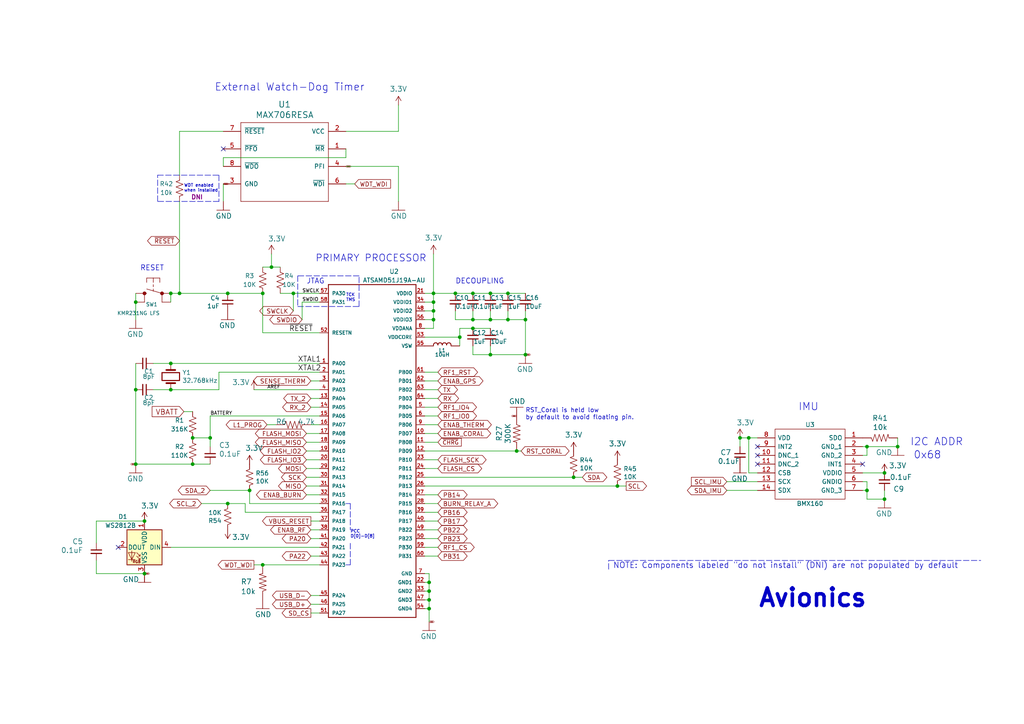
<source format=kicad_sch>
(kicad_sch (version 20211123) (generator eeschema)
  (paper "A4")
  (title_block (title "PyCubed Mainboard") (date "2021-06-09") (rev "v05c") (company "Max Holliday"))
  (lib_symbols
    (symbol "Device:Crystal" (pin_numbers hide) (pin_names (offset 1.016) hide)
      (property "Reference" "Y" (at 0 3.81 0))
      (property "Value" "Crystal" (at 0 -3.81 0))
      (symbol "Crystal_1_1"
        (pin passive line (at -3.81 0 0) (length 1.27) (name "1") (number "1"))
        (pin passive line (at 3.81 0 180) (length 1.27) (name "2") (number "2"))
      )
    )
    (symbol "Device:R_US" (pin_numbers hide) (pin_names (offset 0))
      (property "Reference" "R" (at 2.54 0 90))
      (property "Value" "R_US" (at -2.54 0 90))
      (symbol "R_US_1_1"
        (pin passive line (at 0 3.81 270) (length 1.27) (name "~") (number "1"))
        (pin passive line (at 0 -3.81 90) (length 1.27) (name "~") (number "2"))
      )
    )
    (symbol "LED:WS2812B" (pin_names (offset 0.254))
      (property "Reference" "D" (at 5.08 5.715 0))
      (property "Value" "WS2812B" (at 1.27 -5.715 0))
      (symbol "WS2812B_0_0"
        (text "RGB" (at 2.286 -4.191 0) (effects (font (size 0.762 0.762))))
      )
      (symbol "WS2812B_1_1"
        (pin power_in line (at 0 7.62 270) (length 2.54) (name "VDD") (number "1"))
        (pin output line (at 7.62 0 180) (length 2.54) (name "DOUT") (number "2"))
        (pin power_in line (at 0 -7.62 90) (length 2.54) (name "VSS") (number "3"))
        (pin input line (at -7.62 0 0) (length 2.54) (name "DIN") (number "4"))
      )
    )
    (symbol "mainboard:10KOHM-1_10W-1%(0603)0603" (pin_names (offset 1.016))
      (property "Reference" "R" (at -3.81 1.4986 0))
      (property "Value" "10KOHM-1_10W-1%(0603)0603" (at -3.81 -3.302 0))
      (symbol "10KOHM-1_10W-1%(0603)0603_1_0"
        (pin passive line (at -5.08 0 0) (length 2.54) (name "1") (number "1"))
        (pin passive line (at 5.08 0 180) (length 2.54) (name "2") (number "2"))
      )
    )
    (symbol "mainboard:3.3V" (power) (pin_names (offset 1.016))
      (property "Value" "3.3V" (at -1.016 3.556 0))
      (symbol "3.3V_1_0"
        (pin power_in line (at 0 0 90) (length 2.54) (name "3.3V") (number "1"))
      )
    )
    (symbol "mainboard:ATSAMD51J20A-AU-ATSAMD51J20A-AU-lab64_SAM32-rescue-lab64_SAM32-rescue-SAMD-10-rescue-SAM32-rescue" (pin_names (offset 1.016))
      (property "Reference" "U" (at -12.7254 48.4124 0))
      (property "Value" "ATSAMD51J20A-AU-ATSAMD51J20A-AU-lab64_SAM32-rescue-lab64_SAM32-rescue-SAMD-10-rescue-SAM32-rescue" (at -12.7254 -50.8762 0))
      (symbol "ATSAMD51J20A-AU-ATSAMD51J20A-AU-lab64_SAM32-rescue-lab64_SAM32-rescue-SAMD-10-rescue-SAM32-rescue_0_0"
        (pin bidirectional line (at -15.24 25.4 0) (length 2.54) (name "PA00") (number "1"))
        (pin bidirectional line (at 15.24 5.08 180) (length 2.54) (name "PB07") (number "10"))
        (pin bidirectional line (at 15.24 2.54 180) (length 2.54) (name "PB08") (number "11"))
        (pin bidirectional line (at 15.24 0 180) (length 2.54) (name "PB09") (number "12"))
        (pin bidirectional line (at -15.24 15.24 0) (length 2.54) (name "PA04") (number "13"))
        (pin bidirectional line (at -15.24 12.7 0) (length 2.54) (name "PA05") (number "14"))
        (pin bidirectional line (at -15.24 10.16 0) (length 2.54) (name "PA06") (number "15"))
        (pin bidirectional line (at -15.24 7.62 0) (length 2.54) (name "PA07") (number "16"))
        (pin bidirectional line (at -15.24 5.08 0) (length 2.54) (name "PA08") (number "17"))
        (pin bidirectional line (at -15.24 2.54 0) (length 2.54) (name "PA09") (number "18"))
        (pin bidirectional line (at -15.24 0 0) (length 2.54) (name "PA10") (number "19"))
        (pin bidirectional line (at -15.24 22.86 0) (length 2.54) (name "PA01") (number "2"))
        (pin bidirectional line (at -15.24 -2.54 0) (length 2.54) (name "PA11") (number "20"))
        (pin power_in line (at 15.24 45.72 180) (length 2.54) (name "VDDIO") (number "21"))
        (pin power_in line (at 15.24 -38.1 180) (length 2.54) (name "GND1") (number "22"))
        (pin bidirectional line (at 15.24 -2.54 180) (length 2.54) (name "PB10") (number "23"))
        (pin bidirectional line (at 15.24 -5.08 180) (length 2.54) (name "PB11") (number "24"))
        (pin bidirectional line (at 15.24 -7.62 180) (length 2.54) (name "PB12") (number "25"))
        (pin bidirectional line (at 15.24 -10.16 180) (length 2.54) (name "PB13") (number "26"))
        (pin bidirectional line (at 15.24 -12.7 180) (length 2.54) (name "PB14") (number "27"))
        (pin bidirectional line (at 15.24 -15.24 180) (length 2.54) (name "PB15") (number "28"))
        (pin bidirectional line (at -15.24 -5.08 0) (length 2.54) (name "PA12") (number "29"))
        (pin bidirectional line (at -15.24 20.32 0) (length 2.54) (name "PA02") (number "3"))
        (pin bidirectional line (at -15.24 -7.62 0) (length 2.54) (name "PA13") (number "30"))
        (pin bidirectional line (at -15.24 -10.16 0) (length 2.54) (name "PA14") (number "31"))
        (pin bidirectional line (at -15.24 -12.7 0) (length 2.54) (name "PA15") (number "32"))
        (pin power_in line (at 15.24 -40.64 180) (length 2.54) (name "GND2") (number "33"))
        (pin power_in line (at 15.24 43.18 180) (length 2.54) (name "VDDIO1") (number "34"))
        (pin bidirectional line (at -15.24 -15.24 0) (length 2.54) (name "PA16") (number "35"))
        (pin bidirectional line (at -15.24 -17.78 0) (length 2.54) (name "PA17") (number "36"))
        (pin bidirectional line (at -15.24 -20.32 0) (length 2.54) (name "PA18") (number "37"))
        (pin bidirectional line (at -15.24 -22.86 0) (length 2.54) (name "PA19") (number "38"))
        (pin bidirectional line (at 15.24 -17.78 180) (length 2.54) (name "PB16") (number "39"))
        (pin bidirectional line (at -15.24 17.78 0) (length 2.54) (name "PA03") (number "4"))
        (pin bidirectional line (at 15.24 -20.32 180) (length 2.54) (name "PB17") (number "40"))
        (pin bidirectional line (at -15.24 -25.4 0) (length 2.54) (name "PA20") (number "41"))
        (pin bidirectional line (at -15.24 -27.94 0) (length 2.54) (name "PA21") (number "42"))
        (pin bidirectional line (at -15.24 -30.48 0) (length 2.54) (name "PA22") (number "43"))
        (pin bidirectional line (at -15.24 -33.02 0) (length 2.54) (name "PA23") (number "44"))
        (pin bidirectional line (at -15.24 -41.91 0) (length 2.54) (name "PA24") (number "45"))
        (pin bidirectional line (at -15.24 -44.45 0) (length 2.54) (name "PA25") (number "46"))
        (pin power_in line (at 15.24 -43.18 180) (length 2.54) (name "GND3") (number "47"))
        (pin power_in line (at 15.24 40.64 180) (length 2.54) (name "VDDIO2") (number "48"))
        (pin bidirectional line (at 15.24 -22.86 180) (length 2.54) (name "PB22") (number "49"))
        (pin bidirectional line (at 15.24 12.7 180) (length 2.54) (name "PB04") (number "5"))
        (pin bidirectional line (at 15.24 -25.4 180) (length 2.54) (name "PB23") (number "50"))
        (pin bidirectional line (at -15.24 -46.99 0) (length 2.54) (name "PA27") (number "51"))
        (pin input line (at -15.24 34.29 0) (length 2.54) (name "RESETN") (number "52"))
        (pin power_in line (at 15.24 33.02 180) (length 2.54) (name "VDDCORE") (number "53"))
        (pin power_in line (at 15.24 -45.72 180) (length 2.54) (name "GND4") (number "54"))
        (pin power_in line (at 15.24 30.48 180) (length 2.54) (name "VSW") (number "55"))
        (pin power_in line (at 15.24 38.1 180) (length 2.54) (name "VDDIO3") (number "56"))
        (pin bidirectional line (at -15.24 45.72 0) (length 2.54) (name "PA30") (number "57"))
        (pin bidirectional line (at -15.24 43.18 0) (length 2.54) (name "PA31") (number "58"))
        (pin bidirectional line (at 15.24 -27.94 180) (length 2.54) (name "PB30") (number "59"))
        (pin bidirectional line (at 15.24 10.16 180) (length 2.54) (name "PB05") (number "6"))
        (pin bidirectional line (at 15.24 -30.48 180) (length 2.54) (name "PB31") (number "60"))
        (pin bidirectional line (at 15.24 22.86 180) (length 2.54) (name "PB00") (number "61"))
        (pin bidirectional line (at 15.24 20.32 180) (length 2.54) (name "PB01") (number "62"))
        (pin bidirectional line (at 15.24 17.78 180) (length 2.54) (name "PB02") (number "63"))
        (pin bidirectional line (at 15.24 15.24 180) (length 2.54) (name "PB03") (number "64"))
        (pin power_in line (at 15.24 -35.56 180) (length 2.54) (name "GND") (number "7"))
        (pin power_in line (at 15.24 35.56 180) (length 2.54) (name "VDDANA") (number "8"))
        (pin bidirectional line (at 15.24 7.62 180) (length 2.54) (name "PB06") (number "9"))
      )
    )
    (symbol "mainboard:BMX160" (pin_names (offset 0.762))
      (property "Reference" "IC" (at 26.67 7.62 0))
      (property "Value" "BMX160" (at 26.67 5.08 0))
      (symbol "BMX160_0_0"
        (pin bidirectional line (at 0 0 0) (length 5.08) (name "SDO") (number "1"))
        (pin bidirectional line (at 30.48 -5.08 180) (length 5.08) (name "DNC_1") (number "10"))
        (pin bidirectional line (at 30.48 -7.62 180) (length 5.08) (name "DNC_2") (number "11"))
        (pin bidirectional line (at 30.48 -10.16 180) (length 5.08) (name "CSB") (number "12"))
        (pin bidirectional line (at 30.48 -12.7 180) (length 5.08) (name "SCX") (number "13"))
        (pin bidirectional line (at 30.48 -15.24 180) (length 5.08) (name "SDX") (number "14"))
        (pin bidirectional line (at 0 -2.54 0) (length 5.08) (name "GND_1") (number "2"))
        (pin bidirectional line (at 0 -5.08 0) (length 5.08) (name "GND_2") (number "3"))
        (pin bidirectional line (at 0 -7.62 0) (length 5.08) (name "INT1") (number "4"))
        (pin bidirectional line (at 0 -10.16 0) (length 5.08) (name "VDDIO") (number "5"))
        (pin bidirectional line (at 0 -12.7 0) (length 5.08) (name "GNDIO") (number "6"))
        (pin bidirectional line (at 0 -15.24 0) (length 5.08) (name "GND_3") (number "7"))
        (pin bidirectional line (at 30.48 0 180) (length 5.08) (name "VDD") (number "8"))
        (pin bidirectional line (at 30.48 -2.54 180) (length 5.08) (name "INT2") (number "9"))
      )
    )
    (symbol "mainboard:C_Small" (pin_numbers hide) (pin_names (offset 0.254) hide)
      (property "Reference" "C" (at 0.254 1.778 0))
      (property "Value" "C_Small" (at 0.254 -2.032 0))
      (symbol "C_Small_1_1"
        (pin passive line (at 0 2.54 270) (length 2.032) (name "~") (number "1"))
        (pin passive line (at 0 -2.54 90) (length 2.032) (name "~") (number "2"))
      )
    )
    (symbol "mainboard:GND" (power) (pin_names (offset 1.016))
      (property "Value" "GND" (at -2.54 -2.54 0))
      (symbol "GND_1_0"
        (pin power_in line (at 0 2.54 270) (length 2.54) (name "GND") (number "1"))
      )
    )
    (symbol "mainboard:INDUCTOR-Adafruit_Feather_M4_Express-eagle-import-lab64_SAM32-rescue-SAMD-10-rescue-SAM32-rescue" (pin_names (offset 1.016))
      (property "Reference" "L" (at 0 2.54 0))
      (property "Value" "INDUCTOR-Adafruit_Feather_M4_Express-eagle-import-lab64_SAM32-rescue-SAMD-10-rescue-SAM32-rescue" (at 0 -1.524 0))
      (symbol "INDUCTOR-Adafruit_Feather_M4_Express-eagle-import-lab64_SAM32-rescue-SAMD-10-rescue-SAM32-rescue_1_0"
        (pin passive line (at -5.08 0 0) (length 2.54) (name "1") (number "1"))
        (pin passive line (at 5.08 0 180) (length 2.54) (name "2") (number "2"))
      )
    )
    (symbol "mainboard:MAX708RESA-T" (pin_names (offset 1.016))
      (property "Reference" "U" (at 15.5956 9.1186 0))
      (property "Value" "MAX708RESA-T" (at 14.9606 6.5786 0))
      (symbol "MAX708RESA-T_1_0"
        (pin input line (at 2.54 -2.54 0) (length 5.08) (name "~{MR}") (number "1"))
        (pin power_in line (at 2.54 2.54 0) (length 5.08) (name "VCC") (number "2"))
        (pin power_in line (at 38.1 -12.7 180) (length 5.08) (name "GND") (number "3"))
        (pin input line (at 2.54 -7.62 0) (length 5.08) (name "PFI") (number "4"))
        (pin output line (at 38.1 -2.54 180) (length 5.08) (name "~{PFO}") (number "5"))
        (pin input line (at 2.54 -12.7 0) (length 5.08) (name "~{WDI}") (number "6"))
        (pin output line (at 38.1 2.54 180) (length 5.08) (name "~{RESET}") (number "7"))
        (pin output line (at 38.1 -7.62 180) (length 5.08) (name "~{WDO}") (number "8"))
      )
    )
    (symbol "mainboard:R-US_R0603" (pin_names (offset 1.016))
      (property "Reference" "R" (at -3.81 1.4986 0))
      (property "Value" "R-US_R0603" (at -3.81 -3.302 0))
      (symbol "R-US_R0603_1_0"
        (pin passive line (at -5.08 0 0) (length 2.54) (name "1") (number "1"))
        (pin passive line (at 5.08 0 180) (length 2.54) (name "2") (number "2"))
      )
    )
    (symbol "mainboard:SWITCH_SMT4.6X2.8" (pin_names (offset 1.016))
      (property "Reference" "SW" (at -2.54 6.35 0))
      (property "Value" "SWITCH_SMT4.6X2.8" (at -2.54 -5.08 0))
      (symbol "SWITCH_SMT4.6X2.8_1_0"
        (pin passive line (at -5.08 0 0) (length 2.54) (name "P") (number "A"))
        (pin passive line (at -5.08 -2.54 0) (length 2.54) (name "P1") (number "A'"))
        (pin passive line (at 5.08 0 180) (length 2.54) (name "S") (number "B"))
        (pin passive line (at 5.08 -2.54 180) (length 2.54) (name "S1") (number "B'"))
      )
    )
  )
  (junction (at 179.07 140.97))
  (junction (at 55.88 134.62))
  (junction (at 85.09 85.09))
  (junction (at 66.04 85.09))
  (junction (at 132.08 85.09))
  (junction (at 49.53 85.09))
  (junction (at 256.54 144.78))
  (junction (at 137.16 92.71))
  (junction (at 76.2 85.09))
  (junction (at 214.63 127))
  (junction (at 256.54 137.16))
  (junction (at 39.37 87.63))
  (junction (at 217.17 127))
  (junction (at 147.32 85.09))
  (junction (at 41.91 151.13))
  (junction (at 260.35 129.54))
  (junction (at 124.46 171.45))
  (junction (at 124.46 173.99))
  (junction (at 66.04 146.05))
  (junction (at 78.74 77.47))
  (junction (at 125.73 87.63))
  (junction (at 149.86 130.81))
  (junction (at 60.96 127))
  (junction (at 124.46 168.91))
  (junction (at 125.73 90.17))
  (junction (at 39.37 134.62))
  (junction (at 52.07 85.09))
  (junction (at 55.88 127))
  (junction (at 251.46 129.54))
  (junction (at 142.24 102.87))
  (junction (at 49.53 105.41))
  (junction (at 147.32 92.71))
  (junction (at 152.4 102.87))
  (junction (at 142.24 92.71))
  (junction (at 133.35 97.79))
  (junction (at 49.53 113.03))
  (junction (at 137.16 95.25))
  (junction (at 124.46 176.53))
  (junction (at 142.24 85.09))
  (junction (at 152.4 92.71))
  (junction (at 125.73 92.71))
  (junction (at 72.39 142.24))
  (junction (at 39.37 113.03))
  (junction (at 41.91 166.37))
  (junction (at 166.37 138.43))
  (junction (at 125.73 85.09))
  (junction (at 251.46 142.24))
  (junction (at 76.2 163.83))
  (junction (at 137.16 85.09))
  (no_connect (at 219.71 134.62))
  (no_connect (at 250.19 134.62))
  (no_connect (at 64.77 43.18))
  (no_connect (at 34.29 158.75))
  (no_connect (at 219.71 129.54))
  (no_connect (at 219.71 132.08))
  (wire (pts (xy 123.19 153.67) (xy 127 153.67)))
  (wire (pts (xy 78.74 77.47) (xy 81.28 77.47)))
  (wire (pts (xy 152.4 92.71) (xy 152.4 102.87)))
  (wire (pts (xy 123.19 130.81) (xy 149.86 130.81)))
  (wire (pts (xy 125.73 85.09) (xy 132.08 85.09)))
  (wire (pts (xy 214.63 129.54) (xy 214.63 127)))
  (wire (pts (xy 44.45 113.03) (xy 49.53 113.03)))
  (wire (pts (xy 27.94 151.13) (xy 41.91 151.13)))
  (wire (pts (xy 39.37 105.41) (xy 39.37 113.03)))
  (wire (pts (xy 125.73 95.25) (xy 125.73 92.71)))
  (wire (pts (xy 52.07 38.1) (xy 52.07 50.8)))
  (wire (pts (xy 123.19 171.45) (xy 124.46 171.45)))
  (wire (pts (xy 137.16 85.09) (xy 142.24 85.09)))
  (wire (pts (xy 85.09 90.17) (xy 85.09 85.09)))
  (polyline (pts (xy 176.53 165.1) (xy 176.53 162.56)))
  (wire (pts (xy 64.77 48.26) (xy 64.77 45.72)))
  (wire (pts (xy 78.74 73.66) (xy 78.74 77.47)))
  (wire (pts (xy 52.07 85.09) (xy 66.04 85.09)))
  (wire (pts (xy 115.57 48.26) (xy 115.57 58.42)))
  (wire (pts (xy 92.71 110.49) (xy 90.17 110.49)))
  (wire (pts (xy 123.19 166.37) (xy 124.46 166.37)))
  (wire (pts (xy 27.94 166.37) (xy 41.91 166.37)))
  (polyline (pts (xy 101.6 163.83) (xy 101.6 157.48)))
  (wire (pts (xy 55.88 127) (xy 60.96 127)))
  (polyline (pts (xy 63.5 50.8) (xy 63.5 58.42)))
  (wire (pts (xy 123.19 168.91) (xy 124.46 168.91)))
  (wire (pts (xy 85.09 85.09) (xy 92.71 85.09)))
  (wire (pts (xy 123.19 85.09) (xy 125.73 85.09)))
  (wire (pts (xy 137.16 102.87) (xy 142.24 102.87)))
  (wire (pts (xy 123.19 161.29) (xy 127 161.29)))
  (wire (pts (xy 147.32 92.71) (xy 152.4 92.71)))
  (wire (pts (xy 60.96 127) (xy 60.96 120.65)))
  (wire (pts (xy 49.53 158.75) (xy 92.71 158.75)))
  (wire (pts (xy 181.61 140.97) (xy 179.07 140.97)))
  (wire (pts (xy 142.24 100.33) (xy 142.24 102.87)))
  (wire (pts (xy 142.24 102.87) (xy 152.4 102.87)))
  (wire (pts (xy 102.87 53.34) (xy 100.33 53.34)))
  (wire (pts (xy 72.39 142.24) (xy 60.96 142.24)))
  (wire (pts (xy 133.35 97.79) (xy 133.35 100.33)))
  (wire (pts (xy 132.08 90.17) (xy 132.08 92.71)))
  (wire (pts (xy 52.07 58.42) (xy 52.07 85.09)))
  (wire (pts (xy 92.71 118.11) (xy 90.17 118.11)))
  (wire (pts (xy 127 128.27) (xy 123.19 128.27)))
  (polyline (pts (xy 86.36 88.9) (xy 104.14 88.9)))
  (wire (pts (xy 123.19 138.43) (xy 166.37 138.43)))
  (wire (pts (xy 127 133.35) (xy 123.19 133.35)))
  (wire (pts (xy 27.94 162.56) (xy 27.94 166.37)))
  (wire (pts (xy 250.19 139.7) (xy 251.46 139.7)))
  (wire (pts (xy 125.73 90.17) (xy 125.73 87.63)))
  (wire (pts (xy 123.19 151.13) (xy 127 151.13)))
  (wire (pts (xy 217.17 127) (xy 219.71 127)))
  (wire (pts (xy 123.19 140.97) (xy 179.07 140.97)))
  (wire (pts (xy 76.2 163.83) (xy 73.66 163.83)))
  (wire (pts (xy 39.37 85.09) (xy 39.37 87.63)))
  (wire (pts (xy 100.33 45.72) (xy 100.33 43.18)))
  (wire (pts (xy 123.19 176.53) (xy 124.46 176.53)))
  (polyline (pts (xy 104.14 88.9) (xy 104.14 80.01)))
  (wire (pts (xy 49.53 105.41) (xy 92.71 105.41)))
  (wire (pts (xy 127 125.73) (xy 123.19 125.73)))
  (wire (pts (xy 168.91 138.43) (xy 166.37 138.43)))
  (wire (pts (xy 44.45 105.41) (xy 49.53 105.41)))
  (polyline (pts (xy 100.33 163.83) (xy 101.6 163.83)))
  (wire (pts (xy 71.12 146.05) (xy 66.04 146.05)))
  (wire (pts (xy 123.19 90.17) (xy 125.73 90.17)))
  (wire (pts (xy 81.28 85.09) (xy 85.09 85.09)))
  (wire (pts (xy 88.9 138.43) (xy 92.71 138.43)))
  (wire (pts (xy 92.71 172.72) (xy 90.17 172.72)))
  (wire (pts (xy 87.63 87.63) (xy 92.71 87.63)))
  (wire (pts (xy 152.4 90.17) (xy 152.4 92.71)))
  (wire (pts (xy 124.46 176.53) (xy 124.46 180.34)))
  (wire (pts (xy 123.19 87.63) (xy 125.73 87.63)))
  (wire (pts (xy 49.53 85.09) (xy 52.07 85.09)))
  (wire (pts (xy 76.2 96.52) (xy 76.2 85.09)))
  (wire (pts (xy 250.19 132.08) (xy 251.46 132.08)))
  (wire (pts (xy 92.71 133.35) (xy 88.9 133.35)))
  (wire (pts (xy 250.19 129.54) (xy 251.46 129.54)))
  (wire (pts (xy 66.04 85.09) (xy 76.2 85.09)))
  (wire (pts (xy 66.04 146.05) (xy 58.42 146.05)))
  (wire (pts (xy 217.17 137.16) (xy 217.17 127)))
  (wire (pts (xy 76.2 77.47) (xy 78.74 77.47)))
  (wire (pts (xy 88.9 130.81) (xy 92.71 130.81)))
  (wire (pts (xy 219.71 137.16) (xy 217.17 137.16)))
  (wire (pts (xy 55.88 134.62) (xy 39.37 134.62)))
  (wire (pts (xy 142.24 92.71) (xy 142.24 90.17)))
  (wire (pts (xy 123.19 146.05) (xy 127 146.05)))
  (wire (pts (xy 256.54 137.16) (xy 250.19 137.16)))
  (wire (pts (xy 125.73 87.63) (xy 125.73 85.09)))
  (wire (pts (xy 100.33 48.26) (xy 115.57 48.26)))
  (wire (pts (xy 92.71 96.52) (xy 76.2 96.52)))
  (wire (pts (xy 127 120.65) (xy 123.19 120.65)))
  (wire (pts (xy 49.53 113.03) (xy 63.5 113.03)))
  (polyline (pts (xy 101.6 146.05) (xy 101.6 153.67)))
  (wire (pts (xy 127 110.49) (xy 123.19 110.49)))
  (wire (pts (xy 87.63 87.63) (xy 87.63 92.71)))
  (polyline (pts (xy 104.14 80.01) (xy 86.36 80.01)))
  (wire (pts (xy 210.82 142.24) (xy 219.71 142.24)))
  (wire (pts (xy 39.37 87.63) (xy 39.37 92.71)))
  (wire (pts (xy 123.19 123.19) (xy 127 123.19)))
  (wire (pts (xy 92.71 146.05) (xy 72.39 146.05)))
  (wire (pts (xy 115.57 38.1) (xy 100.33 38.1)))
  (wire (pts (xy 123.19 143.51) (xy 127 143.51)))
  (wire (pts (xy 88.9 128.27) (xy 92.71 128.27)))
  (wire (pts (xy 90.17 151.13) (xy 92.71 151.13)))
  (wire (pts (xy 123.19 95.25) (xy 125.73 95.25)))
  (wire (pts (xy 133.35 97.79) (xy 133.35 95.25)))
  (wire (pts (xy 123.19 115.57) (xy 127 115.57)))
  (wire (pts (xy 251.46 129.54) (xy 260.35 129.54)))
  (wire (pts (xy 251.46 144.78) (xy 256.54 144.78)))
  (polyline (pts (xy 100.33 146.05) (xy 101.6 146.05)))
  (wire (pts (xy 115.57 38.1) (xy 115.57 30.48)))
  (wire (pts (xy 92.71 143.51) (xy 88.9 143.51)))
  (wire (pts (xy 63.5 113.03) (xy 63.5 107.95)))
  (polyline (pts (xy 86.36 80.01) (xy 86.36 88.9)))
  (wire (pts (xy 90.17 177.8) (xy 92.71 177.8)))
  (wire (pts (xy 123.19 148.59) (xy 127 148.59)))
  (wire (pts (xy 147.32 90.17) (xy 147.32 92.71)))
  (wire (pts (xy 88.9 125.73) (xy 92.71 125.73)))
  (polyline (pts (xy 45.72 58.42) (xy 45.72 50.8)))
  (wire (pts (xy 63.5 107.95) (xy 92.71 107.95)))
  (wire (pts (xy 80.01 123.19) (xy 77.47 123.19)))
  (polyline (pts (xy 63.5 58.42) (xy 45.72 58.42)))
  (wire (pts (xy 123.19 113.03) (xy 127 113.03)))
  (wire (pts (xy 256.54 142.24) (xy 256.54 144.78)))
  (wire (pts (xy 92.71 163.83) (xy 76.2 163.83)))
  (wire (pts (xy 123.19 97.79) (xy 133.35 97.79)))
  (wire (pts (xy 72.39 146.05) (xy 72.39 142.24)))
  (wire (pts (xy 123.19 156.21) (xy 127 156.21)))
  (polyline (pts (xy 176.53 162.56) (xy 284.48 162.56)))
  (wire (pts (xy 250.19 142.24) (xy 251.46 142.24)))
  (wire (pts (xy 92.71 175.26) (xy 90.17 175.26)))
  (wire (pts (xy 124.46 168.91) (xy 124.46 171.45)))
  (wire (pts (xy 147.32 85.09) (xy 152.4 85.09)))
  (wire (pts (xy 124.46 166.37) (xy 124.46 168.91)))
  (wire (pts (xy 137.16 95.25) (xy 142.24 95.25)))
  (wire (pts (xy 71.12 148.59) (xy 71.12 146.05)))
  (wire (pts (xy 124.46 173.99) (xy 124.46 176.53)))
  (wire (pts (xy 137.16 90.17) (xy 137.16 92.71)))
  (wire (pts (xy 251.46 139.7) (xy 251.46 142.24)))
  (wire (pts (xy 125.73 92.71) (xy 125.73 90.17)))
  (wire (pts (xy 127 135.89) (xy 123.19 135.89)))
  (wire (pts (xy 149.86 130.81) (xy 151.13 130.81)))
  (wire (pts (xy 49.53 87.63) (xy 49.53 85.09)))
  (wire (pts (xy 88.9 140.97) (xy 92.71 140.97)))
  (wire (pts (xy 92.71 148.59) (xy 71.12 148.59)))
  (wire (pts (xy 64.77 38.1) (xy 52.07 38.1)))
  (wire (pts (xy 142.24 92.71) (xy 147.32 92.71)))
  (wire (pts (xy 123.19 158.75) (xy 127 158.75)))
  (wire (pts (xy 39.37 113.03) (xy 39.37 134.62)))
  (wire (pts (xy 73.66 113.03) (xy 92.71 113.03)))
  (wire (pts (xy 142.24 92.71) (xy 137.16 92.71)))
  (wire (pts (xy 92.71 123.19) (xy 90.17 123.19)))
  (wire (pts (xy 133.35 95.25) (xy 137.16 95.25)))
  (wire (pts (xy 92.71 156.21) (xy 90.17 156.21)))
  (wire (pts (xy 124.46 171.45) (xy 124.46 173.99)))
  (wire (pts (xy 53.34 119.38) (xy 55.88 119.38)))
  (wire (pts (xy 60.96 120.65) (xy 92.71 120.65)))
  (wire (pts (xy 123.19 173.99) (xy 124.46 173.99)))
  (wire (pts (xy 260.35 129.54) (xy 260.35 127)))
  (wire (pts (xy 92.71 153.67) (xy 90.17 153.67)))
  (wire (pts (xy 137.16 102.87) (xy 137.16 100.33)))
  (wire (pts (xy 88.9 135.89) (xy 92.71 135.89)))
  (wire (pts (xy 210.82 139.7) (xy 219.71 139.7)))
  (wire (pts (xy 214.63 127) (xy 217.17 127)))
  (wire (pts (xy 142.24 85.09) (xy 147.32 85.09)))
  (wire (pts (xy 251.46 142.24) (xy 251.46 144.78)))
  (wire (pts (xy 123.19 118.11) (xy 127 118.11)))
  (wire (pts (xy 132.08 85.09) (xy 137.16 85.09)))
  (wire (pts (xy 60.96 129.54) (xy 60.96 127)))
  (wire (pts (xy 27.94 151.13) (xy 27.94 157.48)))
  (wire (pts (xy 123.19 107.95) (xy 127 107.95)))
  (wire (pts (xy 92.71 115.57) (xy 90.17 115.57)))
  (wire (pts (xy 64.77 45.72) (xy 100.33 45.72)))
  (wire (pts (xy 125.73 85.09) (xy 125.73 73.66)))
  (wire (pts (xy 92.71 161.29) (xy 90.17 161.29)))
  (wire (pts (xy 123.19 92.71) (xy 125.73 92.71)))
  (wire (pts (xy 60.96 134.62) (xy 55.88 134.62)))
  (polyline (pts (xy 45.72 50.8) (xy 63.5 50.8)))
  (wire (pts (xy 64.77 53.34) (xy 64.77 58.42)))
  (wire (pts (xy 137.16 92.71) (xy 132.08 92.71)))
  (wire (pts (xy 251.46 129.54) (xy 251.46 132.08)))
  (text "PRIMARY PROCESSOR" (at 91.44 76.2 0) (effects (font (size 2.0066 2.0066)) (justify left bottom)))
  (text "JTAG\n" (at 88.9 82.55 0) (effects (font (size 1.4986 1.4986)) (justify left bottom)))
  (text "Avionics" (at 219.71 176.53 0) (effects (font (size 5.08 5.08) (thickness 1.016) bold) (justify left bottom)))
  (text "IMU" (at 237.49 119.38 180) (effects (font (size 2.159 2.159)) (justify right bottom)))
  (text "PCC\nD[0]-D[8]" (at 101.6 156.21 0) (effects (font (size 0.889 0.889)) (justify left bottom)))
  (text "0x68" (at 273.05 133.35 180) (effects (font (size 2.159 2.159)) (justify right bottom)))
  (text "NOTE: Components labeled \"do not install\" (DNI) are not populated by default" (at 177.8 165.1 0) (effects (font (size 1.651 1.651)) (justify left bottom)))
  (text "TCK\nTMS" (at 100.33 87.63 0) (effects (font (size 0.889 0.889)) (justify left bottom)))
  (text "RESET" (at 40.64 78.74 0) (effects (font (size 1.4986 1.4986)) (justify left bottom)))
  (text "WDT enabled\nwhen installed" (at 53.34 55.88 0) (effects (font (size 0.889 0.889)) (justify left bottom)))
  (text "I2C ADDR" (at 279.4 129.54 180) (effects (font (size 2.159 2.159)) (justify right bottom)))
  (text "RST_Coral is held low \nby default to avoid floating pin." (at 152.4 121.92 0) (effects (font (size 1.27 1.27)) (justify left bottom)))
  (text "External Watch-Dog Timer" (at 62.23 26.67 0) (effects (font (size 2.159 2.159)) (justify left bottom)))
  (text "DECOUPLING\n" (at 132.08 82.55 0) (effects (font (size 1.4986 1.4986)) (justify left bottom)))
  (label "~{RESET}" (at 83.82 96.52 0) (effects (font (size 1.4986 1.4986))))
  (label "SWDIO" (at 87.63 87.63 0) (effects (font (size 0.9906 0.9906))))
  (label "XTAL2" (at 86.36 107.95 0) (effects (font (size 1.524 1.524))))
  (label "XTAL1" (at 86.36 105.41 0) (effects (font (size 1.524 1.524))))
  (label "BATTERY" (at 60.96 120.65 0) (effects (font (size 1.016 1.016))))
  (label "AREF" (at 77.47 113.03 0) (effects (font (size 1.016 1.016))))
  (label "SWCLK" (at 87.63 85.09 0) (effects (font (size 0.9906 0.9906))))
  (global_label "VBUS_RESET" (shape output) (at 90.17 151.13 180) (property "Intersheet References" "${INTERSHEET_REFS}" (effects hide)))
  (global_label "~{CHRG}" (shape input) (at 127 128.27 0) (effects (font (size 1.143 1.143))) (property "Intersheet References" "${INTERSHEET_REFS}" (effects hide)))
  (global_label "USB_D+" (shape bidirectional) (at 90.17 175.26 180) (property "Intersheet References" "${INTERSHEET_REFS}" (effects hide)))
  (global_label "MISO" (shape bidirectional) (at 88.9 140.97 180) (property "Intersheet References" "${INTERSHEET_REFS}" (effects hide)))
  (global_label "PB16" (shape bidirectional) (at 127 148.59 0) (property "Intersheet References" "${INTERSHEET_REFS}" (effects hide)))
  (global_label "GND" (shape bidirectional) (at 149.86 120.65 180) (effects (font (size 0.254 0.254))) (property "Intersheet References" "${INTERSHEET_REFS}" (effects hide)))
  (global_label "ENAB_RF" (shape bidirectional) (at 90.17 153.67 180) (property "Intersheet References" "${INTERSHEET_REFS}" (effects hide)))
  (global_label "PA22" (shape bidirectional) (at 90.17 161.29 180) (property "Intersheet References" "${INTERSHEET_REFS}" (effects hide)))
  (global_label "SCK" (shape bidirectional) (at 88.9 138.43 180) (property "Intersheet References" "${INTERSHEET_REFS}" (effects hide)))
  (global_label "RF1_IO0" (shape bidirectional) (at 127 120.65 0) (property "Intersheet References" "${INTERSHEET_REFS}" (effects hide)))
  (global_label "GND" (shape bidirectional) (at 64.77 53.34 0) (effects (font (size 0.254 0.254))) (property "Intersheet References" "${INTERSHEET_REFS}" (effects hide)))
  (global_label "PB23" (shape bidirectional) (at 127 156.21 0) (property "Intersheet References" "${INTERSHEET_REFS}" (effects hide)))
  (global_label "TX" (shape bidirectional) (at 127 113.03 0) (property "Intersheet References" "${INTERSHEET_REFS}" (effects hide)))
  (global_label "BURN_RELAY_A" (shape bidirectional) (at 127 146.05 0) (property "Intersheet References" "${INTERSHEET_REFS}" (effects hide)))
  (global_label "ENAB_BURN" (shape bidirectional) (at 88.9 143.51 180) (property "Intersheet References" "${INTERSHEET_REFS}" (effects hide)))
  (global_label "FLASH_IO3" (shape bidirectional) (at 88.9 133.35 180) (property "Intersheet References" "${INTERSHEET_REFS}" (effects hide)))
  (global_label "ENAB_THERM" (shape bidirectional) (at 127 123.19 0) (property "Intersheet References" "${INTERSHEET_REFS}" (effects hide)))
  (global_label "RF1_CS" (shape bidirectional) (at 127 158.75 0) (property "Intersheet References" "${INTERSHEET_REFS}" (effects hide)))
  (global_label "WDT_WDI" (shape output) (at 73.66 163.83 180) (property "Intersheet References" "${INTERSHEET_REFS}" (effects hide)))
  (global_label "SD_CS" (shape output) (at 90.17 177.8 180) (property "Intersheet References" "${INTERSHEET_REFS}" (effects hide)))
  (global_label "ENAB_GPS" (shape bidirectional) (at 127 110.49 0) (property "Intersheet References" "${INTERSHEET_REFS}" (effects hide)))
  (global_label "WDT_WDI" (shape input) (at 102.87 53.34 0) (property "Intersheet References" "${INTERSHEET_REFS}" (effects hide)))
  (global_label "SWDIO" (shape bidirectional) (at 87.63 92.71 180) (property "Intersheet References" "${INTERSHEET_REFS}" (effects hide)))
  (global_label "VBATT" (shape input) (at 53.34 119.38 180) (effects (font (size 1.4986 1.4986))) (property "Intersheet References" "${INTERSHEET_REFS}" (effects hide)))
  (global_label "SCL_2" (shape bidirectional) (at 58.42 146.05 180) (property "Intersheet References" "${INTERSHEET_REFS}" (effects hide)))
  (global_label "SWCLK" (shape bidirectional) (at 85.09 90.17 180) (property "Intersheet References" "${INTERSHEET_REFS}" (effects hide)))
  (global_label "SDA_2" (shape bidirectional) (at 60.96 142.24 180) (property "Intersheet References" "${INTERSHEET_REFS}" (effects hide)))
  (global_label "PB31" (shape bidirectional) (at 127 161.29 0) (property "Intersheet References" "${INTERSHEET_REFS}" (effects hide)))
  (global_label "~{RESET}" (shape bidirectional) (at 52.07 69.85 180) (property "Intersheet References" "${INTERSHEET_REFS}" (effects hide)))
  (global_label "GND" (shape bidirectional) (at 39.37 134.62 180) (effects (font (size 0.254 0.254))) (property "Intersheet References" "${INTERSHEET_REFS}" (effects hide)))
  (global_label "FLASH_MISO" (shape bidirectional) (at 88.9 128.27 180) (property "Intersheet References" "${INTERSHEET_REFS}" (effects hide)))
  (global_label "RX" (shape bidirectional) (at 127 115.57 0) (property "Intersheet References" "${INTERSHEET_REFS}" (effects hide)))
  (global_label "PA20" (shape bidirectional) (at 90.17 156.21 180) (property "Intersheet References" "${INTERSHEET_REFS}" (effects hide)))
  (global_label "SCL" (shape output) (at 181.61 140.97 0) (property "Intersheet References" "${INTERSHEET_REFS}" (effects hide)))
  (global_label "GND" (shape bidirectional) (at 124.46 180.34 0) (effects (font (size 0.254 0.254))) (property "Intersheet References" "${INTERSHEET_REFS}" (effects hide)))
  (global_label "RX_2" (shape bidirectional) (at 90.17 118.11 180) (property "Intersheet References" "${INTERSHEET_REFS}" (effects hide)))
  (global_label "FLASH_SCK" (shape bidirectional) (at 127 133.35 0) (property "Intersheet References" "${INTERSHEET_REFS}" (effects hide)))
  (global_label "SDA" (shape bidirectional) (at 168.91 138.43 0) (property "Intersheet References" "${INTERSHEET_REFS}" (effects hide)))
  (global_label "PB22" (shape bidirectional) (at 127 153.67 0) (property "Intersheet References" "${INTERSHEET_REFS}" (effects hide)))
  (global_label "GND" (shape bidirectional) (at 100.33 48.26 0) (effects (font (size 0.254 0.254))) (property "Intersheet References" "${INTERSHEET_REFS}" (effects hide)))
  (global_label "FLASH_MOSI" (shape bidirectional) (at 88.9 125.73 180) (property "Intersheet References" "${INTERSHEET_REFS}" (effects hide)))
  (global_label "RST_CORAL" (shape bidirectional) (at 151.13 130.81 0) (property "Intersheet References" "${INTERSHEET_REFS}" (effects hide)))
  (global_label "GND" (shape bidirectional) (at 41.91 166.37 0) (effects (font (size 0.254 0.254))) (property "Intersheet References" "${INTERSHEET_REFS}" (effects hide)))
  (global_label "L1_PROG" (shape bidirectional) (at 77.47 123.19 180) (property "Intersheet References" "${INTERSHEET_REFS}" (effects hide)))
  (global_label "TX_2" (shape bidirectional) (at 90.17 115.57 180) (property "Intersheet References" "${INTERSHEET_REFS}" (effects hide)))
  (global_label "RF1_RST" (shape bidirectional) (at 127 107.95 0) (property "Intersheet References" "${INTERSHEET_REFS}" (effects hide)))
  (global_label "GND" (shape bidirectional) (at 152.4 102.87 0) (effects (font (size 0.254 0.254))) (property "Intersheet References" "${INTERSHEET_REFS}" (effects hide)))
  (global_label "SENSE_THERM" (shape bidirectional) (at 90.17 110.49 180) (property "Intersheet References" "${INTERSHEET_REFS}" (effects hide)))
  (global_label "ENAB_CORAL" (shape bidirectional) (at 127 125.73 0) (property "Intersheet References" "${INTERSHEET_REFS}" (effects hide)))
  (global_label "PB14" (shape bidirectional) (at 127 143.51 0) (property "Intersheet References" "${INTERSHEET_REFS}" (effects hide)))
  (global_label "MOSI" (shape bidirectional) (at 88.9 135.89 180) (property "Intersheet References" "${INTERSHEET_REFS}" (effects hide)))
  (global_label "FLASH_IO2" (shape bidirectional) (at 88.9 130.81 180) (property "Intersheet References" "${INTERSHEET_REFS}" (effects hide)))
  (global_label "SCL_IMU" (shape input) (at 210.82 139.7 180) (property "Intersheet References" "${INTERSHEET_REFS}" (effects hide)))
  (global_label "PB17" (shape bidirectional) (at 127 151.13 0) (property "Intersheet References" "${INTERSHEET_REFS}" (effects hide)))
  (global_label "RF1_IO4" (shape bidirectional) (at 127 118.11 0) (property "Intersheet References" "${INTERSHEET_REFS}" (effects hide)))
  (global_label "SDA_IMU" (shape bidirectional) (at 210.82 142.24 180) (property "Intersheet References" "${INTERSHEET_REFS}" (effects hide)))
  (global_label "USB_D-" (shape bidirectional) (at 90.17 172.72 180) (property "Intersheet References" "${INTERSHEET_REFS}" (effects hide)))
  (global_label "FLASH_CS" (shape bidirectional) (at 127 135.89 0) (property "Intersheet References" "${INTERSHEET_REFS}" (effects hide)))
  (symbol (lib_id "mainboard:GND") (at 64.77 60.96 0) (mirror y) (unit 1)
    (property "Reference" "#GND06" (effects hide))
    (property "Value" "GND" (at 67.31 63.5 0) (effects (font (size 1.4986 1.4986)) (justify left bottom)))
  )
  (symbol (lib_id "mainboard:3.3V") (at 115.57 30.48 0) (mirror y) (unit 1)
    (property "Reference" "#SUPPLY01" (effects hide))
    (property "Value" "3.3V" (at 118.11 26.67 0) (effects (font (size 1.4986 1.4986)) (justify left bottom)))
  )
  (symbol (lib_id "mainboard:C_Small") (at 256.54 139.7 0) (mirror x) (unit 1)
    (property "Reference" "C9" (at 259.08 140.97 0) (effects (font (size 1.4986 1.4986)) (justify left bottom)))
    (property "Value" "0.1uF" (at 258.064 137.541 0) (effects (font (size 1.4986 1.4986)) (justify left bottom)))
    (property "Footprint" "Capacitor_SMD:C_0603_1608Metric" (effects hide))
    (property "Description" "0.1uF +-10% 50V X7R 0603" (effects hide))
  )
  (symbol (lib_id "mainboard:GND") (at 76.2 176.53 0) (mirror y) (unit 1)
    (property "Reference" "#GND010" (effects hide))
    (property "Value" "GND" (at 78.74 179.07 0) (effects (font (size 1.4986 1.4986)) (justify left bottom)))
  )
  (symbol (lib_id "mainboard:C_Small") (at 152.4 87.63 0) (unit 1)
    (property "Reference" "C16" (at 152.4 86.36 0) (effects (justify left)))
    (property "Value" "10uF" (at 152.4 88.9 0) (effects (justify left)))
    (property "Footprint" "Capacitor_SMD:C_0603_1608Metric" (effects hide))
    (property "Description" "10uF +-20% 10V X5R" (effects hide))
  )
  (symbol (lib_id "mainboard:C_Small") (at 147.32 87.63 0) (unit 1)
    (property "Reference" "C15" (at 147.32 86.36 0) (effects (justify left)))
    (property "Value" "1uF" (at 147.32 88.9 0) (effects (justify left)))
    (property "Footprint" "Capacitor_SMD:C_0603_1608Metric" (effects hide))
    (property "Description" "1uF 0603 X7R" (effects hide))
  )
  (symbol (lib_id "mainboard:C_Small") (at 142.24 87.63 0) (unit 1)
    (property "Reference" "C13" (at 142.24 86.36 0) (effects (justify left)))
    (property "Value" "1uF" (at 142.24 88.9 0) (effects (justify left)))
    (property "Footprint" "Capacitor_SMD:C_0603_1608Metric" (effects hide))
    (property "Description" "1uF 0603 X7R" (effects hide))
  )
  (symbol (lib_id "mainboard:C_Small") (at 66.04 87.63 0) (mirror x) (unit 1)
    (property "Reference" "C4" (at 63.7032 86.4616 0) (effects (justify right)))
    (property "Value" "1uF" (at 63.7032 88.773 0) (effects (justify right)))
    (property "Footprint" "Capacitor_SMD:C_0603_1608Metric" (effects hide))
    (property "Description" "1uF 0603 X7R" (effects hide))
  )
  (symbol (lib_id "mainboard:C_Small") (at 137.16 97.79 0) (mirror x) (unit 1)
    (property "Reference" "C12" (at 140.97 96.52 0) (effects (justify right)))
    (property "Value" "1uF" (at 140.97 99.06 0) (effects (justify right)))
    (property "Footprint" "Capacitor_SMD:C_0603_1608Metric" (effects hide))
    (property "Description" "1uF 0603 X7R" (effects hide))
  )
  (symbol (lib_id "mainboard:INDUCTOR-Adafruit_Feather_M4_Express-eagle-import-lab64_SAM32-rescue-SAMD-10-rescue-SAM32-rescue") (at 128.27 100.33 0) (mirror y) (unit 1)
    (property "Reference" "L1" (at 128.27 101.6 0) (effects (font (size 1.0668 1.0668))))
    (property "Value" "10uH" (at 128.27 102.87 0) (effects (font (size 1.0668 1.0668))))
    (property "Footprint" "Inductor_SMD:L_0805_2012Metric_Pad1.15x1.40mm_HandSolder" (effects hide))
    (property "Description" "10uH Unshielded 0805" (effects hide))
    (property "Flight" "MGFL2012F100MT-LF" (effects hide))
    (property "Manufacturer_Name" "MicroGate" (effects hide))
    (property "Manufacturer_Part_Number" "MGFL2012F100MT-LF" (effects hide))
    (property "Proto" "MGFL2012F100MT-LF" (effects hide))
  )
  (symbol (lib_id "mainboard:C_Small") (at 142.24 97.79 0) (mirror y) (unit 1)
    (property "Reference" "C14" (at 142.24 96.52 0) (effects (justify right)))
    (property "Value" "10uF" (at 142.24 99.06 0) (effects (justify right)))
    (property "Footprint" "Capacitor_SMD:C_0603_1608Metric" (effects hide))
    (property "Description" "10uF +-20% 10V X5R" (effects hide))
  )
  (symbol (lib_id "mainboard:SWITCH_SMT4.6X2.8") (at 44.45 85.09 0) (mirror y) (unit 1)
    (property "Reference" "SW1" (at 45.72 88.9 0) (effects (font (size 1.0668 1.0668)) (justify left bottom)))
    (property "Value" "KMR231NG LFS" (at 46.355 91.44 0) (effects (font (size 1.0668 1.0668)) (justify left bottom)))
    (property "Footprint" "mainboard:BTN_KMR2_4.6X2.8" (effects hide))
    (property "Datasheet" "https://www.ckswitches.com/media/1479/kmr2.pdf" (effects hide))
    (property "Description" "Tactile Switch SPST-NO" (effects hide))
    (property "Flight" "KMR231NG LFS" (effects hide))
    (property "Manufacturer_Name" "C&K" (effects hide))
    (property "Manufacturer_Part_Number" "KMR231NG LFS" (effects hide))
    (property "Proto" "KMR231NG LFS" (effects hide))
  )
  (symbol (lib_id "mainboard:C_Small") (at 41.91 105.41 270) (mirror x) (unit 1)
    (property "Reference" "C1" (at 43.1546 107.696 90))
    (property "Value" "8pF" (at 43.18 109.22 90))
    (property "Footprint" "Capacitor_SMD:C_0603_1608Metric" (effects hide))
    (property "Description" "8pF +-0.25pF 50V C0G 0603" (effects hide))
  )
  (symbol (lib_id "mainboard:C_Small") (at 41.91 113.03 270) (mirror x) (unit 1)
    (property "Reference" "C2" (at 43.1546 115.316 90))
    (property "Value" "8pF" (at 43.18 116.84 90))
    (property "Footprint" "Capacitor_SMD:C_0603_1608Metric" (effects hide))
    (property "Description" "8pF +-0.25pF 50V C0G 0603" (effects hide))
  )
  (symbol (lib_id "Device:R_US") (at 55.88 123.19 0) (unit 1)
    (property "Reference" "R1" (at 52.07 121.92 0))
    (property "Value" "316K" (at 52.07 124.46 0))
    (property "Footprint" "Resistor_SMD:R_0603_1608Metric" (effects hide))
    (property "Description" "316K 0603" (effects hide))
  )
  (symbol (lib_id "Device:R_US") (at 81.28 81.28 0) (unit 1)
    (property "Reference" "R4" (at 83.82 80.01 0))
    (property "Value" "10K" (at 83.82 82.55 0))
    (property "Footprint" "Resistor_SMD:R_0603_1608Metric" (effects hide))
    (property "Description" "10K 0603" (effects hide))
  )
  (symbol (lib_id "Device:R_US") (at 76.2 81.28 0) (unit 1)
    (property "Reference" "R3" (at 72.39 80.01 0))
    (property "Value" "10K" (at 72.39 82.55 0))
    (property "Footprint" "Resistor_SMD:R_0603_1608Metric" (effects hide))
    (property "Description" "10K 0603" (effects hide))
  )
  (symbol (lib_id "Device:R_US") (at 55.88 130.81 180) (unit 1)
    (property "Reference" "R2" (at 52.07 129.54 0))
    (property "Value" "110K" (at 52.07 132.08 0))
    (property "Footprint" "Resistor_SMD:R_0603_1608Metric" (effects hide))
    (property "Description" "110K 0603" (effects hide))
  )
  (symbol (lib_id "mainboard:ATSAMD51J20A-AU-ATSAMD51J20A-AU-lab64_SAM32-rescue-lab64_SAM32-rescue-SAMD-10-rescue-SAM32-rescue") (at 107.95 130.81 0) (unit 1)
    (property "Reference" "U2" (at 114.3 78.74 0))
    (property "Value" "ATSAMD51J19A-AU" (at 114.3 81.28 0))
    (property "Footprint" "mainboard:QFP50P1200X1200X120-64N" (effects hide))
    (property "Datasheet" "https://ww1.microchip.com/downloads/en/DeviceDoc/SAM_D5x_E5x_Family_Data_Sheet_DS60001507G.pdf" (effects hide))
    (property "Description" "Microcontroller" (effects hide))
    (property "Flight" "ATSAMD51J19A-AU" (effects hide))
    (property "Manufacturer_Name" "Microchip Technology" (effects hide))
    (property "Manufacturer_Part_Number" "ATSAMD51J19A-AU" (effects hide))
    (property "Proto" "ATSAMD51J19A-AU" (effects hide))
  )
  (symbol (lib_id "mainboard:C_Small") (at 137.16 87.63 0) (unit 1)
    (property "Reference" "C11" (at 137.16 86.36 0) (effects (justify left)))
    (property "Value" "0.1uF" (at 137.16 88.9 0) (effects (justify left)))
    (property "Footprint" "Capacitor_SMD:C_0603_1608Metric" (effects hide))
    (property "Description" "0.1uF +-10% 50V X7R 0603" (effects hide))
  )
  (symbol (lib_id "mainboard:3.3V") (at 125.73 73.66 0) (unit 1)
    (property "Reference" "#SUPPLY04" (effects hide))
    (property "Value" "3.3V" (at 123.19 69.85 0) (effects (font (size 1.4986 1.4986)) (justify left bottom)))
  )
  (symbol (lib_id "mainboard:3.3V") (at 78.74 73.66 0) (unit 1)
    (property "Reference" "#SUPPLY02" (effects hide))
    (property "Value" "3.3V" (at 77.724 70.104 0) (effects (font (size 1.4986 1.4986)) (justify left bottom)))
  )
  (symbol (lib_id "mainboard:GND") (at 124.46 182.88 0) (unit 1)
    (property "Reference" "#GND08" (effects hide))
    (property "Value" "GND" (at 121.92 185.42 0) (effects (font (size 1.4986 1.4986)) (justify left bottom)))
  )
  (symbol (lib_id "mainboard:GND") (at 41.91 168.91 0) (unit 1)
    (property "Reference" "#GND05" (effects hide))
    (property "Value" "GND" (at 35.56 168.91 0) (effects (font (size 1.4986 1.4986)) (justify left bottom)))
  )
  (symbol (lib_id "mainboard:GND") (at 152.4 105.41 0) (unit 1)
    (property "Reference" "#GND09" (effects hide))
    (property "Value" "GND" (at 149.86 107.95 0) (effects (font (size 1.4986 1.4986)) (justify left bottom)))
  )
  (symbol (lib_id "mainboard:GND") (at 66.04 92.71 0) (unit 1)
    (property "Reference" "#GND04" (effects hide))
    (property "Value" "GND" (at 63.5 95.25 0) (effects (font (size 1.4986 1.4986)) (justify left bottom)))
  )
  (symbol (lib_id "mainboard:GND") (at 39.37 137.16 0) (unit 1)
    (property "Reference" "#GND03" (effects hide))
    (property "Value" "GND" (at 36.83 139.7 0) (effects (font (size 1.4986 1.4986)) (justify left bottom)))
  )
  (symbol (lib_id "mainboard:GND") (at 39.37 95.25 0) (unit 1)
    (property "Reference" "#GND02" (effects hide))
    (property "Value" "GND" (at 36.83 97.79 0) (effects (font (size 1.4986 1.4986)) (justify left bottom)))
  )
  (symbol (lib_id "mainboard:C_Small") (at 60.96 132.08 0) (mirror y) (unit 1)
    (property "Reference" "C3" (at 63.5 128.27 0) (effects (font (size 1.4986 1.4986)) (justify right top)))
    (property "Value" "0.1uF" (at 63.5 130.81 0) (effects (font (size 1.4986 1.4986)) (justify right top)))
    (property "Footprint" "Capacitor_SMD:C_0603_1608Metric" (effects hide))
    (property "Description" "0.1uF +-10% 50V X7R 0603" (effects hide))
  )
  (symbol (lib_id "mainboard:3.3V") (at 73.66 113.03 0) (unit 1)
    (property "Reference" "#SUPPLY0101" (effects hide))
    (property "Value" "3.3V" (at 67.31 111.76 0) (effects (font (size 1.4986 1.4986)) (justify left bottom)))
  )
  (symbol (lib_id "Device:Crystal") (at 49.53 109.22 270) (unit 1)
    (property "Reference" "Y1" (at 52.8574 108.0516 90) (effects (justify left)))
    (property "Value" "32.768kHz" (at 52.8574 110.363 90) (effects (justify left)))
    (property "Footprint" "Crystal:Crystal_SMD_3215-2Pin_3.2x1.5mm" (effects hide))
    (property "Datasheet" "https://abracon.com/Resonators/ABS07.pdf" (effects hide))
    (property "Description" "32.768kHz Crystal Oscillator" (effects hide))
    (property "Flight" "ABS07-32.768KHZ-T" (effects hide))
    (property "Manufacturer_Name" "Abracon LLC" (effects hide))
    (property "Manufacturer_Part_Number" "SC-32S32.768kHz20PPM7pF" (effects hide))
    (property "Proto" "SC-32S32.768kHz20PPM7pF" (effects hide))
  )
  (symbol (lib_id "mainboard:C_Small") (at 132.08 87.63 0) (unit 1)
    (property "Reference" "C10" (at 132.08 86.36 0) (effects (justify left)))
    (property "Value" "0.1uF" (at 132.08 88.9 0) (effects (justify left)))
    (property "Footprint" "Capacitor_SMD:C_0603_1608Metric" (effects hide))
    (property "Description" "0.1uF +-10% 50V X7R 0603" (effects hide))
  )
  (symbol (lib_id "Device:R_US") (at 52.07 54.61 0) (mirror x) (unit 1)
    (property "Reference" "R42" (at 48.26 53.34 0))
    (property "Value" "10k" (at 48.26 55.88 0))
    (property "Footprint" "Resistor_SMD:R_0603_1608Metric" (effects hide))
    (property "DNI" "DNI" (at 57.15 57.15 0) (effects (font bold)))
    (property "Description" "10k 0603" (effects hide))
  )
  (symbol (lib_id "Device:R_US") (at 166.37 134.62 0) (mirror y) (unit 1)
    (property "Reference" "R44" (at 168.0972 133.4516 0) (effects (justify right)))
    (property "Value" "10K" (at 168.0972 135.763 0) (effects (justify right)))
    (property "Footprint" "Resistor_SMD:R_0603_1608Metric" (effects hide))
    (property "Description" "10K 0603" (effects hide))
  )
  (symbol (lib_id "Device:R_US") (at 179.07 137.16 0) (mirror y) (unit 1)
    (property "Reference" "R45" (at 180.7972 135.9916 0) (effects (justify right)))
    (property "Value" "10K" (at 180.7972 138.303 0) (effects (justify right)))
    (property "Footprint" "Resistor_SMD:R_0603_1608Metric" (effects hide))
    (property "Description" "10K 0603" (effects hide))
  )
  (symbol (lib_id "mainboard:MAX708RESA-T") (at 102.87 40.64 0) (mirror y) (unit 1)
    (property "Reference" "U1" (at 82.55 30.2768 0) (effects (font (size 1.7526 1.7526))))
    (property "Value" "MAX706RESA" (at 82.55 33.3248 0) (effects (font (size 1.7526 1.7526))))
    (property "Footprint" "Package_SO:SO-8_3.9x4.9mm_P1.27mm" (effects hide))
    (property "Datasheet" "https://datasheets.maximintegrated.com/en/ds/MAX706AP-MAX708T.pdf" (effects hide))
    (property "Description" "Watch-dog Timer" (effects hide))
    (property "Flight" "MAX706RESA" (effects hide))
    (property "Manufacturer_Name" "Maxim Integrated" (effects hide))
    (property "Manufacturer_Part_Number" "MAX706RESA" (effects hide))
    (property "Proto" "MAX706RESA" (effects hide))
  )
  (symbol (lib_id "LED:WS2812B") (at 41.91 158.75 0) (mirror y) (unit 1)
    (property "Reference" "D1" (at 34.29 149.86 0) (effects (justify right)))
    (property "Value" "WS2812B" (at 30.48 152.4 0) (effects (justify right)))
    (property "Footprint" "LED_SMD:LED_WS2812B_PLCC4_5.0x5.0mm_P3.2mm" (effects hide))
    (property "Datasheet" "https://cdn-shop.adafruit.com/datasheets/WS2812B.pdf" (effects hide))
    (property "Description" "RGB LED \"Neopixel\"" (effects hide))
    (property "Flight" "WS2812B-B" (effects hide))
    (property "Manufacturer_Name" "Worldsemi" (effects hide))
    (property "Manufacturer_Part_Number" "WS2812B-B" (effects hide))
    (property "Proto" "WS2812B-B" (effects hide))
  )
  (symbol (lib_id "mainboard:3.3V") (at 41.91 151.13 0) (unit 1)
    (property "Reference" "#SUPPLY0117" (effects hide))
    (property "Value" "3.3V" (at 40.894 147.574 0) (effects (font (size 1.4986 1.4986)) (justify left bottom)))
  )
  (symbol (lib_id "mainboard:BMX160") (at 250.19 127 0) (mirror y) (unit 1)
    (property "Reference" "U3" (at 234.95 123.19 0))
    (property "Value" "BMX160" (at 234.95 146.05 0))
    (property "Footprint" "mainboard:BMX160" (effects hide))
    (property "Datasheet" "https://ae-bst.resource.bosch.com/media/_tech/media/datasheets/BST-BMX160-DS000.pdf" (effects hide))
    (property "Description" "IMUs - Inertial Measurement Units 9-axis (9DOF) Absolute Orientation MEMS Sensor" (effects hide))
    (property "Flight" "BMX160" (effects hide))
    (property "Manufacturer_Name" "Bosch Sensortec" (effects hide))
    (property "Manufacturer_Part_Number" "BMX160" (effects hide))
    (property "Proto" "BMX160" (effects hide))
  )
  (symbol (lib_id "mainboard:GND") (at 256.54 147.32 0) (unit 1)
    (property "Reference" "#GND0112" (effects hide))
    (property "Value" "GND" (at 254 149.86 0) (effects (font (size 1.4986 1.4986)) (justify left bottom)))
  )
  (symbol (lib_id "mainboard:GND") (at 260.35 132.08 0) (unit 1)
    (property "Reference" "#GND0113" (effects hide))
    (property "Value" "GND" (at 254 132.08 0) (effects (font (size 1.4986 1.4986)) (justify left bottom)))
  )
  (symbol (lib_id "mainboard:3.3V") (at 166.37 130.81 0) (unit 1)
    (property "Reference" "#SUPPLY0118" (effects hide))
    (property "Value" "3.3V" (at 163.83 127 0) (effects (font (size 1.4986 1.4986)) (justify left bottom)))
  )
  (symbol (lib_id "mainboard:GND") (at 214.63 137.16 0) (unit 1)
    (property "Reference" "#GND0114" (effects hide))
    (property "Value" "GND" (at 212.09 139.7 0) (effects (font (size 1.4986 1.4986)) (justify left bottom)))
  )
  (symbol (lib_id "mainboard:R-US_R0603") (at 255.27 127 0) (mirror x) (unit 1)
    (property "Reference" "R41" (at 255.27 121.2596 0) (effects (font (size 1.4986 1.4986))))
    (property "Value" "10k" (at 255.27 123.9266 0) (effects (font (size 1.4986 1.4986))))
    (property "Footprint" "Resistor_SMD:R_0603_1608Metric" (effects hide))
    (property "Description" "10k 0603" (effects hide))
  )
  (symbol (lib_id "mainboard:C_Small") (at 27.94 160.02 0) (unit 1)
    (property "Reference" "C5" (at 24.13 156.21 0) (effects (font (size 1.4986 1.4986)) (justify right top)))
    (property "Value" "0.1uF" (at 24.13 158.75 0) (effects (font (size 1.4986 1.4986)) (justify right top)))
    (property "Footprint" "Capacitor_SMD:C_0603_1608Metric" (effects hide))
    (property "Description" "0.1uF +-10% 50V X7R 0603" (effects hide))
  )
  (symbol (lib_id "mainboard:3.3V") (at 256.54 137.16 0) (unit 1)
    (property "Reference" "#SUPPLY09" (effects hide))
    (property "Value" "3.3V" (at 257.81 135.89 0) (effects (font (size 1.4986 1.4986)) (justify left bottom)))
  )
  (symbol (lib_id "mainboard:3.3V") (at 214.63 127 0) (unit 1)
    (property "Reference" "#SUPPLY03" (effects hide))
    (property "Value" "3.3V" (at 213.614 123.444 0) (effects (font (size 1.4986 1.4986)) (justify left bottom)))
  )
  (symbol (lib_id "mainboard:3.3V") (at 179.07 133.35 0) (unit 1)
    (property "Reference" "#SUPPLY05" (effects hide))
    (property "Value" "3.3V" (at 176.53 129.54 0) (effects (font (size 1.4986 1.4986)) (justify left bottom)))
  )
  (symbol (lib_id "Device:R_US") (at 66.04 149.86 0) (mirror x) (unit 1)
    (property "Reference" "R54" (at 64.3128 151.0284 0) (effects (justify right)))
    (property "Value" "10K" (at 64.3128 148.717 0) (effects (justify right)))
    (property "Footprint" "Resistor_SMD:R_0603_1608Metric" (effects hide))
    (property "Description" "10K 0603" (effects hide))
  )
  (symbol (lib_id "mainboard:3.3V") (at 66.04 153.67 180) (unit 1)
    (property "Reference" "#SUPPLY0103" (effects hide))
    (property "Value" "3.3V" (at 72.39 154.94 0) (effects (font (size 1.4986 1.4986)) (justify left bottom)))
  )
  (symbol (lib_id "Device:R_US") (at 72.39 138.43 0) (mirror y) (unit 1)
    (property "Reference" "R56" (at 74.1172 137.2616 0) (effects (justify right)))
    (property "Value" "10K" (at 74.1172 139.573 0) (effects (justify right)))
    (property "Footprint" "Resistor_SMD:R_0603_1608Metric" (effects hide))
    (property "Description" "10K 0603" (effects hide))
  )
  (symbol (lib_id "mainboard:3.3V") (at 72.39 134.62 0) (unit 1)
    (property "Reference" "#SUPPLY0105" (effects hide))
    (property "Value" "3.3V" (at 71.12 130.81 0) (effects (font (size 1.4986 1.4986)) (justify left bottom)))
  )
  (symbol (lib_id "mainboard:C_Small") (at 214.63 132.08 0) (mirror y) (unit 1)
    (property "Reference" "C7" (at 212.09 132.08 0) (effects (font (size 1.4986 1.4986)) (justify left bottom)))
    (property "Value" "0.1uF" (at 214.63 134.62 0) (effects (font (size 1.4986 1.4986)) (justify left bottom)))
    (property "Footprint" "Capacitor_SMD:C_0603_1608Metric" (effects hide))
    (property "Description" "0.1uF +-10% 50V X7R 0603" (effects hide))
  )
  (symbol (lib_id "mainboard:GND") (at 115.57 60.96 0) (mirror y) (unit 1)
    (property "Reference" "#GND01" (effects hide))
    (property "Value" "GND" (at 118.11 63.5 0) (effects (font (size 1.4986 1.4986)) (justify left bottom)))
  )
  (symbol (lib_id "mainboard:10KOHM-1_10W-1%(0603)0603") (at 85.09 123.19 0) (unit 1)
    (property "Reference" "R6" (at 80.01 123.19 0) (effects (font (size 1.4986 1.4986)) (justify left bottom)))
    (property "Value" "4.7k" (at 86.36 123.19 0) (effects (font (size 1.4986 1.4986)) (justify left bottom)))
    (property "Footprint" "Resistor_SMD:R_0603_1608Metric" (effects hide))
    (property "Description" "4.7k 0603" (effects hide))
  )
  (symbol (lib_id "mainboard:R-US_R0603") (at 76.2 168.91 270) (mirror x) (unit 1)
    (property "Reference" "R7" (at 69.85 167.8686 90) (effects (font (size 1.4986 1.4986)) (justify left bottom)))
    (property "Value" "10k" (at 69.85 170.688 90) (effects (font (size 1.4986 1.4986)) (justify left bottom)))
    (property "Footprint" "Resistor_SMD:R_0603_1608Metric" (effects hide))
    (property "Description" "10k 0603" (effects hide))
  )
  (symbol (lib_id "mainboard:GND") (at 149.86 118.11 180) (unit 1)
    (property "Reference" "#GND030" (effects hide))
    (property "Value" "GND" (at 152.4 115.57 0) (effects (font (size 1.4986 1.4986)) (justify left bottom)))
  )
  (symbol (lib_id "mainboard:R-US_R0603") (at 149.86 125.73 270) (unit 1)
    (property "Reference" "R27" (at 144.78 125.73 0) (effects (font (size 1.4986 1.4986))))
    (property "Value" "300K" (at 147.32 125.73 0) (effects (font (size 1.4986 1.4986))))
    (property "Footprint" "Resistor_SMD:R_0603_1608Metric" (effects hide))
    (property "Description" "73.2K 0603" (effects hide))
  )
)
</source>
